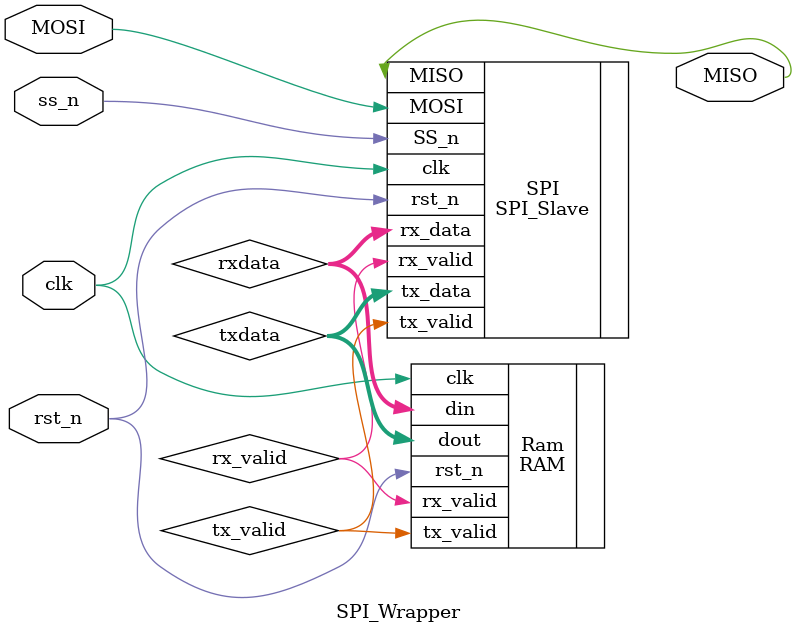
<source format=v>
module SPI_Wrapper #(parameter MEM_DEPTH = 256, parameter ADDR_SIZE = 8)(
    input clk, ss_n, MOSI, rst_n,
    output MISO
);

// Internal wires
wire [9:0] rxdata;
wire [7:0] txdata;
wire rx_valid, tx_valid;

// SPI Slave instance
SPI_Slave SPI (
    .MOSI(MOSI),
    .MISO(MISO),
    .clk(clk),
    .SS_n(ss_n),
    .rst_n(rst_n),
    .rx_data(rxdata),
    .tx_data(txdata),
    .rx_valid(rx_valid),
    .tx_valid(tx_valid)
);

// RAM instance
RAM #(
    .MEM_DEPTH(MEM_DEPTH),
    .ADDR_SIZE(ADDR_SIZE)
) Ram (
    .din(rxdata),
    .dout(txdata),
    .clk(clk),
    .rx_valid(rx_valid),
    .tx_valid(tx_valid),
    .rst_n(rst_n)
);

endmodule

</source>
